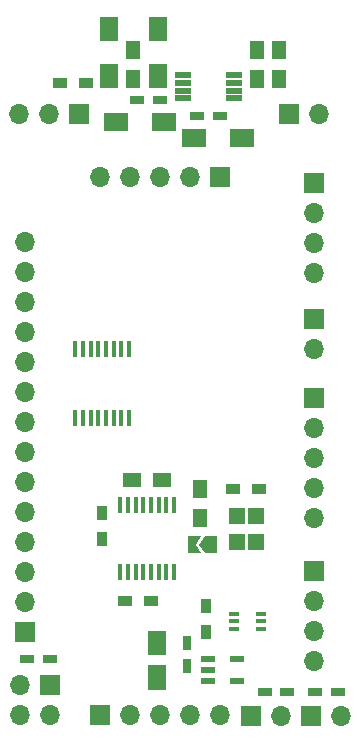
<source format=gts>
G04 #@! TF.GenerationSoftware,KiCad,Pcbnew,(5.1.6-0-10_14)*
G04 #@! TF.CreationDate,2021-04-27T14:17:57+09:00*
G04 #@! TF.ProjectId,qPCR-panel_20210427,71504352-2d70-4616-9e65-6c5f32303231,rev?*
G04 #@! TF.SameCoordinates,Original*
G04 #@! TF.FileFunction,Soldermask,Top*
G04 #@! TF.FilePolarity,Negative*
%FSLAX46Y46*%
G04 Gerber Fmt 4.6, Leading zero omitted, Abs format (unit mm)*
G04 Created by KiCad (PCBNEW (5.1.6-0-10_14)) date 2021-04-27 14:17:57*
%MOMM*%
%LPD*%
G01*
G04 APERTURE LIST*
%ADD10R,1.250000X1.500000*%
%ADD11R,1.200000X0.750000*%
%ADD12R,2.000000X1.600000*%
%ADD13R,1.600000X2.000000*%
%ADD14R,1.200000X0.900000*%
%ADD15R,1.700000X1.700000*%
%ADD16O,1.700000X1.700000*%
%ADD17R,1.470000X0.480000*%
%ADD18R,0.355600X1.473200*%
%ADD19R,1.500000X1.250000*%
%ADD20R,0.750000X1.200000*%
%ADD21R,0.900000X1.200000*%
%ADD22R,1.270000X0.508000*%
%ADD23R,0.850001X0.399999*%
%ADD24R,1.400000X1.400000*%
%ADD25C,0.100000*%
%ADD26R,1.500000X1.500000*%
G04 APERTURE END LIST*
D10*
X125300000Y-72750000D03*
X125300000Y-70250000D03*
X123400000Y-70250000D03*
X123400000Y-72750000D03*
D11*
X120250000Y-75900000D03*
X118350000Y-75900000D03*
D12*
X122100000Y-77700000D03*
X118100000Y-77700000D03*
D11*
X113250000Y-74500000D03*
X115150000Y-74500000D03*
D12*
X111500000Y-76400000D03*
X115500000Y-76400000D03*
D13*
X110900000Y-72500000D03*
X110900000Y-68500000D03*
D10*
X112900000Y-72750000D03*
X112900000Y-70250000D03*
D13*
X115000000Y-68500000D03*
X115000000Y-72500000D03*
D14*
X108900000Y-73100000D03*
X106700000Y-73100000D03*
D15*
X108300000Y-75700000D03*
D16*
X105760000Y-75700000D03*
X103220000Y-75700000D03*
D17*
X117150000Y-74375000D03*
X117150000Y-73725000D03*
X117150000Y-73075000D03*
X117150000Y-72425000D03*
X121450000Y-72425000D03*
X121450000Y-73075000D03*
X121450000Y-73725000D03*
X121450000Y-74375000D03*
D16*
X128620000Y-75700000D03*
D15*
X126080000Y-75700000D03*
D18*
X112574999Y-101481000D03*
X111924998Y-101481000D03*
X111274999Y-101481000D03*
X110624998Y-101481000D03*
X109974999Y-101481000D03*
X109325001Y-101481000D03*
X108674999Y-101481000D03*
X108025001Y-101481000D03*
X108025001Y-95639000D03*
X108675002Y-95639000D03*
X109325001Y-95639000D03*
X109975002Y-95639000D03*
X110625001Y-95639000D03*
X111274999Y-95639000D03*
X111925001Y-95639000D03*
X112574999Y-95639000D03*
D19*
X115350000Y-106660000D03*
X112850000Y-106660000D03*
D11*
X130250000Y-124660000D03*
X128350000Y-124660000D03*
X103950000Y-121860000D03*
X105850000Y-121860000D03*
X125950000Y-124660000D03*
X124050000Y-124660000D03*
D20*
X117500000Y-120510000D03*
X117500000Y-122410000D03*
D21*
X110300000Y-111660000D03*
X110300000Y-109460000D03*
D14*
X112200000Y-116960000D03*
X114400000Y-116960000D03*
X123600000Y-107460000D03*
X121400000Y-107460000D03*
D18*
X116374999Y-114479400D03*
X115724998Y-114479400D03*
X115074999Y-114479400D03*
X114424998Y-114479400D03*
X113774999Y-114479400D03*
X113125001Y-114479400D03*
X112474999Y-114479400D03*
X111825001Y-114479400D03*
X111825001Y-108840600D03*
X112475002Y-108840600D03*
X113125001Y-108840600D03*
X113775002Y-108840600D03*
X114425001Y-108840600D03*
X115074999Y-108840600D03*
X115725001Y-108840600D03*
X116374999Y-108840600D03*
D16*
X103730000Y-86540000D03*
X103730000Y-89080000D03*
X103730000Y-91620000D03*
X103730000Y-94160000D03*
X103730000Y-96700000D03*
X103730000Y-99240000D03*
X103730000Y-101780000D03*
X103730000Y-104320000D03*
X103730000Y-106860000D03*
X103730000Y-109400000D03*
X103730000Y-111940000D03*
X103730000Y-114480000D03*
X103730000Y-117020000D03*
D15*
X103730000Y-119560000D03*
X127980000Y-126690000D03*
D16*
X130520000Y-126690000D03*
X103360000Y-126560000D03*
X103360000Y-124020000D03*
X105900000Y-126560000D03*
D15*
X105900000Y-124020000D03*
D10*
X118600000Y-109910000D03*
X118600000Y-107410000D03*
D16*
X128200000Y-109920000D03*
X128200000Y-107380000D03*
X128200000Y-104840000D03*
X128200000Y-102300000D03*
D15*
X128200000Y-99760000D03*
D16*
X128200000Y-95600000D03*
D15*
X128200000Y-93060000D03*
D16*
X128200000Y-121980000D03*
X128200000Y-119440000D03*
X128200000Y-116900000D03*
D15*
X128200000Y-114360000D03*
D16*
X120298000Y-126560000D03*
X117758000Y-126560000D03*
X115218000Y-126560000D03*
X112678000Y-126560000D03*
D15*
X110138000Y-126560000D03*
X120298000Y-81000000D03*
D16*
X117758000Y-81000000D03*
X115218000Y-81000000D03*
X112678000Y-81000000D03*
X110138000Y-81000000D03*
D15*
X122900000Y-126690000D03*
D16*
X125440000Y-126690000D03*
D22*
X121719200Y-121809999D03*
X121719200Y-123710001D03*
X119280800Y-123710001D03*
X119280800Y-122760000D03*
X119280800Y-121809999D03*
D23*
X121475001Y-118009999D03*
X121475001Y-118660000D03*
X121475001Y-119309999D03*
X123725002Y-119309999D03*
X123725002Y-118660000D03*
X123725002Y-118009999D03*
D24*
X121700000Y-109760000D03*
X121700000Y-111960000D03*
X123300000Y-111960000D03*
X123300000Y-109760000D03*
D25*
G36*
X117550000Y-111410000D02*
G01*
X118700000Y-111410000D01*
X118200000Y-112160000D01*
X118700000Y-112910000D01*
X117550000Y-112910000D01*
X117550000Y-111410000D01*
G37*
G36*
X118500000Y-112160000D02*
G01*
X119000000Y-111410000D01*
X120000000Y-111410000D01*
X120000000Y-112910000D01*
X119000000Y-112910000D01*
X118500000Y-112160000D01*
G37*
D21*
X119100000Y-119560000D03*
X119100000Y-117360000D03*
D16*
X128200000Y-89180000D03*
X128200000Y-86640000D03*
X128200000Y-84100000D03*
D15*
X128200000Y-81560000D03*
D26*
X114950000Y-120740000D03*
X114950000Y-123140000D03*
D25*
G36*
X114950000Y-122940000D02*
G01*
X115700000Y-123440000D01*
X115700000Y-124440000D01*
X114200000Y-124440000D01*
X114200000Y-123440000D01*
X114950000Y-122940000D01*
G37*
G36*
X114950000Y-120940000D02*
G01*
X114200000Y-120440000D01*
X114200000Y-119440000D01*
X115700000Y-119440000D01*
X115700000Y-120440000D01*
X114950000Y-120940000D01*
G37*
M02*

</source>
